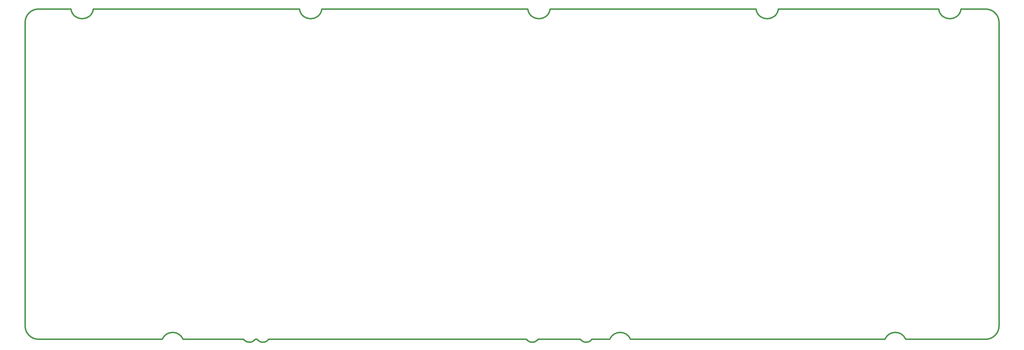
<source format=gbr>
%TF.GenerationSoftware,KiCad,Pcbnew,8.0.1*%
%TF.CreationDate,2025-12-30T16:32:45+09:00*%
%TF.ProjectId,rubrejaneTKL_RP2040_Piano,72756272-656a-4616-9e65-544b4c5f5250,rev?*%
%TF.SameCoordinates,Original*%
%TF.FileFunction,Profile,NP*%
%FSLAX46Y46*%
G04 Gerber Fmt 4.6, Leading zero omitted, Abs format (unit mm)*
G04 Created by KiCad (PCBNEW 8.0.1) date 2025-12-30 16:32:45*
%MOMM*%
%LPD*%
G01*
G04 APERTURE LIST*
%TA.AperFunction,Profile*%
%ADD10C,0.500000*%
%TD*%
G04 APERTURE END LIST*
D10*
X406882692Y-76549634D02*
G75*
G02*
X411632666Y-81299635I8J-4749966D01*
G01*
X273981554Y-193412865D02*
G75*
G02*
X281340862Y-193412902I3679646J-1568435D01*
G01*
X72039849Y-193412865D02*
G75*
G02*
X67289835Y-188662849I1J4750015D01*
G01*
X411632693Y-188662865D02*
G75*
G02*
X406882692Y-193412893I-4749993J-35D01*
G01*
X148642116Y-193412867D02*
X149311633Y-193412867D01*
X245001840Y-76549634D02*
X172220660Y-76549634D01*
X67289806Y-81299650D02*
X67289806Y-188662850D01*
X67289833Y-188662849D02*
X67289806Y-188662850D01*
X164301839Y-76549634D02*
X91420658Y-76549634D01*
X371281557Y-193412865D02*
G75*
G02*
X378641029Y-193412832I3679743J-1568235D01*
G01*
X91420657Y-76549634D02*
G75*
G02*
X83501841Y-76549634I-3959408J568378D01*
G01*
X72039849Y-193412865D02*
X115781552Y-193412865D01*
X148642116Y-193412867D02*
G75*
G02*
X144555317Y-193412913I-2043416J1440267D01*
G01*
X67289806Y-81299650D02*
G75*
G02*
X72023835Y-76549633I4750044J0D01*
G01*
X115781553Y-193412865D02*
G75*
G02*
X123140945Y-193412865I3679696J-1568387D01*
G01*
X153398364Y-193412866D02*
G75*
G02*
X149311634Y-193412866I-2043365J1440367D01*
G01*
X267698362Y-193412867D02*
G75*
G02*
X263611637Y-193412865I-2043362J1440367D01*
G01*
X406882692Y-76549634D02*
X398201909Y-76549634D01*
X267698362Y-193412867D02*
X273981553Y-193412865D01*
X281340945Y-193412867D02*
X371281556Y-193412865D01*
X252920661Y-76549634D02*
G75*
G02*
X245001841Y-76549634I-3959410J568384D01*
G01*
X378640949Y-193412866D02*
X406882692Y-193412865D01*
X172220660Y-76549634D02*
G75*
G02*
X164301840Y-76549634I-3959410J568384D01*
G01*
X333620657Y-76549634D02*
G75*
G02*
X325701839Y-76549634I-3959409J568378D01*
G01*
X153398365Y-193412867D02*
X244555385Y-193412865D01*
X325701837Y-76549634D02*
X252920661Y-76549634D01*
X248642113Y-193412867D02*
G75*
G02*
X244555319Y-193412912I-2043413J1440267D01*
G01*
X390283090Y-76549634D02*
X333620658Y-76549634D01*
X248642113Y-193412867D02*
X263611637Y-193412865D01*
X83501839Y-76549634D02*
X72023835Y-76549633D01*
X411632693Y-188662865D02*
X411632693Y-81299635D01*
X398201909Y-76549634D02*
G75*
G02*
X390283091Y-76549634I-3959409J568384D01*
G01*
X123140946Y-193412865D02*
X144555383Y-193412866D01*
M02*

</source>
